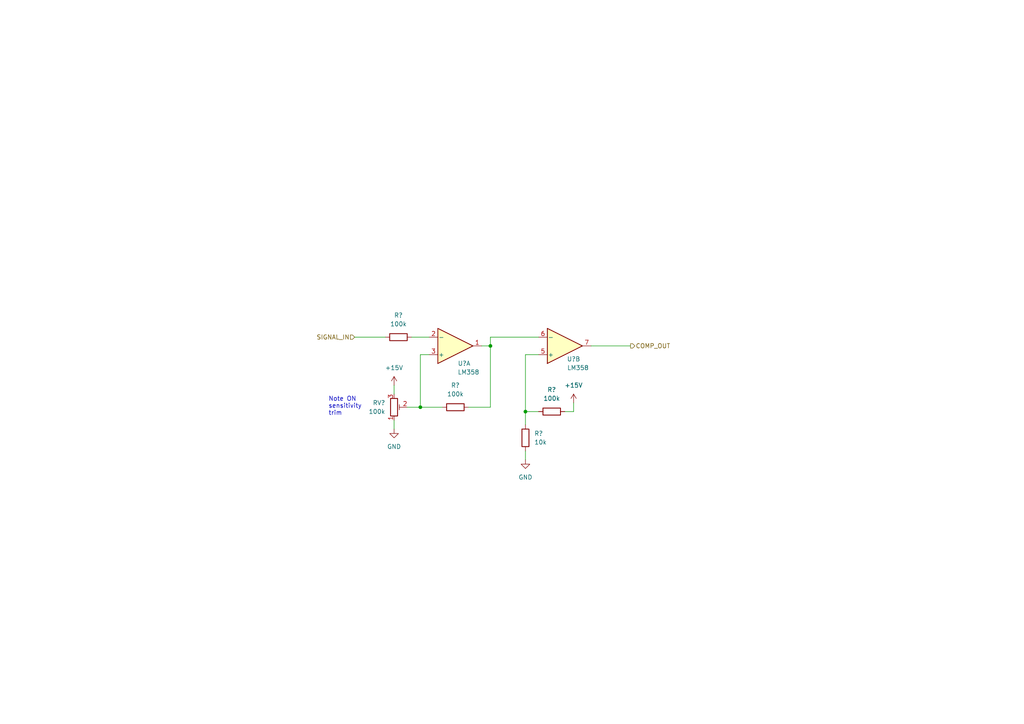
<source format=kicad_sch>
(kicad_sch (version 20211123) (generator eeschema)
  (paper "A4")
  (title_block (title "Josh Ox Ribbon Synth Ribbon board") (date "2022-06-16") (rev "0") (comment 1 "creativecommons.org/licences/by/4.0") (comment 2 "license: CC by 4.0") (comment 3 "Author: Jordan Aceto"))
  (lib_symbols
    (symbol "Amplifier_Operational:LM358" (pin_names (offset 0.127))
      (property "Reference" "U" (at 0 5.08 0))
      (property "Value" "LM358" (at 0 -5.08 0))
      (symbol "LM358_1_1"
        (polyline (pts (xy -5.08 5.08) (xy 5.08 0) (xy -5.08 -5.08) (xy -5.08 5.08)) (stroke (width 0.254)) (fill (type background)))
        (pin output line (at 7.62 0 180) (length 2.54) (name "~") (number "1"))
        (pin input line (at -7.62 -2.54 0) (length 2.54) (name "-") (number "2"))
        (pin input line (at -7.62 2.54 0) (length 2.54) (name "+") (number "3"))
      )
      (symbol "LM358_2_1"
        (polyline (pts (xy -5.08 5.08) (xy 5.08 0) (xy -5.08 -5.08) (xy -5.08 5.08)) (stroke (width 0.254)) (fill (type background)))
        (pin input line (at -7.62 2.54 0) (length 2.54) (name "+") (number "5"))
        (pin input line (at -7.62 -2.54 0) (length 2.54) (name "-") (number "6"))
        (pin output line (at 7.62 0 180) (length 2.54) (name "~") (number "7"))
      )
      (symbol "LM358_3_1"
        (pin power_in line (at -2.54 -7.62 90) (length 3.81) (name "V-") (number "4"))
        (pin power_in line (at -2.54 7.62 270) (length 3.81) (name "V+") (number "8"))
      )
    )
    (symbol "Device:R" (pin_numbers hide) (pin_names (offset 0))
      (property "Reference" "R" (at 2.032 0 90))
      (property "Value" "R" (at 0 0 90))
      (symbol "R_0_1"
        (rectangle (start -1.016 -2.54) (end 1.016 2.54) (stroke (width 0.254)))
      )
      (symbol "R_1_1"
        (pin passive line (at 0 3.81 270) (length 1.27) (name "~") (number "1"))
        (pin passive line (at 0 -3.81 90) (length 1.27) (name "~") (number "2"))
      )
    )
    (symbol "Device:R_Potentiometer_Trim" (pin_names (offset 1.016) hide)
      (property "Reference" "RV" (at -4.445 0 90))
      (property "Value" "R_Potentiometer_Trim" (at -2.54 0 90))
      (symbol "R_Potentiometer_Trim_0_1"
        (polyline (pts (xy 1.524 0.762) (xy 1.524 -0.762)))
        (polyline (pts (xy 2.54 0) (xy 1.524 0)))
        (rectangle (start 1.016 2.54) (end -1.016 -2.54) (stroke (width 0.254)))
      )
      (symbol "R_Potentiometer_Trim_1_1"
        (pin passive line (at 0 3.81 270) (length 1.27) (name "1") (number "1"))
        (pin passive line (at 3.81 0 180) (length 1.27) (name "2") (number "2"))
        (pin passive line (at 0 -3.81 90) (length 1.27) (name "3") (number "3"))
      )
    )
    (symbol "power:+15V" (power) (pin_names (offset 0))
      (property "Value" "+15V" (at 0 3.556 0))
      (symbol "+15V_0_1"
        (polyline (pts (xy -0.762 1.27) (xy 0 2.54)))
        (polyline (pts (xy 0 0) (xy 0 2.54)))
        (polyline (pts (xy 0 2.54) (xy 0.762 1.27)))
      )
      (symbol "+15V_1_1"
        (pin power_in line (at 0 0 90) (length 0) hide (name "+15V") (number "1"))
      )
    )
    (symbol "power:GND" (power) (pin_names (offset 0))
      (property "Value" "GND" (at 0 -3.81 0))
      (symbol "GND_0_1"
        (polyline (pts (xy 0 0) (xy 0 -1.27) (xy 1.27 -1.27) (xy 0 -2.54) (xy -1.27 -1.27) (xy 0 -1.27)))
      )
      (symbol "GND_1_1"
        (pin power_in line (at 0 0 270) (length 0) hide (name "GND") (number "1"))
      )
    )
  )
  (junction (at 142.24 100.33))
  (junction (at 152.4 119.38))
  (junction (at 121.92 118.11))
  (wire (pts (xy 142.24 97.79) (xy 156.21 97.79)))
  (wire (pts (xy 118.11 118.11) (xy 121.92 118.11)))
  (wire (pts (xy 142.24 118.11) (xy 142.24 100.33)))
  (wire (pts (xy 152.4 119.38) (xy 152.4 123.19)))
  (wire (pts (xy 121.92 118.11) (xy 121.92 102.87)))
  (wire (pts (xy 135.89 118.11) (xy 142.24 118.11)))
  (wire (pts (xy 163.83 119.38) (xy 166.37 119.38)))
  (wire (pts (xy 119.38 97.79) (xy 124.46 97.79)))
  (wire (pts (xy 114.3 111.76) (xy 114.3 114.3)))
  (wire (pts (xy 114.3 121.92) (xy 114.3 124.46)))
  (wire (pts (xy 152.4 130.81) (xy 152.4 133.35)))
  (wire (pts (xy 121.92 102.87) (xy 124.46 102.87)))
  (wire (pts (xy 152.4 102.87) (xy 156.21 102.87)))
  (wire (pts (xy 142.24 100.33) (xy 142.24 97.79)))
  (wire (pts (xy 156.21 119.38) (xy 152.4 119.38)))
  (wire (pts (xy 171.45 100.33) (xy 182.88 100.33)))
  (wire (pts (xy 128.27 118.11) (xy 121.92 118.11)))
  (wire (pts (xy 152.4 119.38) (xy 152.4 102.87)))
  (wire (pts (xy 142.24 100.33) (xy 139.7 100.33)))
  (wire (pts (xy 102.87 97.79) (xy 111.76 97.79)))
  (wire (pts (xy 166.37 116.84) (xy 166.37 119.38)))
  (text "Note ON\nsensitivity\ntrim" (at 95.25 120.65 0) (effects (font (size 1.27 1.27)) (justify left bottom)))
  (hierarchical_label "SIGNAL_IN" (shape input) (at 102.87 97.79 180))
  (hierarchical_label "COMP_OUT" (shape output) (at 182.88 100.33 0))
  (symbol (lib_id "Device:R") (at 115.57 97.79 90) (unit 1)
    (property "Reference" "R?" (at 115.57 91.44 90))
    (property "Value" "100k" (at 115.57 93.98 90))
  )
  (symbol (lib_id "Device:R_Potentiometer_Trim") (at 114.3 118.11 0) (mirror x) (unit 1)
    (property "Reference" "RV?" (at 111.76 116.8399 0) (effects (justify right)))
    (property "Value" "100k" (at 111.76 119.3799 0) (effects (justify right)))
  )
  (symbol (lib_id "Amplifier_Operational:LM358") (at 163.83 100.33 0) (mirror x) (unit 2)
    (property "Reference" "U?" (at 166.37 104.14 0))
    (property "Value" "LM358" (at 167.64 106.68 0))
    (property "Datasheet" "http://www.ti.com/lit/ds/symlink/lm2904-n.pdf" (effects hide))
  )
  (symbol (lib_id "Amplifier_Operational:LM358") (at 132.08 100.33 0) (mirror x) (unit 1)
    (property "Reference" "U?" (at 134.62 105.41 0))
    (property "Value" "LM358" (at 135.89 107.95 0))
    (property "Datasheet" "http://www.ti.com/lit/ds/symlink/lm2904-n.pdf" (effects hide))
  )
  (symbol (lib_id "power:+15V") (at 166.37 116.84 0) (unit 1)
    (property "Reference" "#PWR?" (effects hide))
    (property "Value" "+15V" (at 166.37 111.76 0))
  )
  (symbol (lib_id "power:GND") (at 114.3 124.46 0) (unit 1)
    (property "Reference" "#PWR?" (effects hide))
    (property "Value" "GND" (at 114.3 129.54 0))
  )
  (symbol (lib_id "Device:R") (at 160.02 119.38 90) (unit 1)
    (property "Reference" "R?" (at 160.02 113.03 90))
    (property "Value" "100k" (at 160.02 115.57 90))
  )
  (symbol (lib_id "Device:R") (at 132.08 118.11 90) (unit 1)
    (property "Reference" "R?" (at 132.08 111.76 90))
    (property "Value" "100k" (at 132.08 114.3 90))
  )
  (symbol (lib_id "power:+15V") (at 114.3 111.76 0) (unit 1)
    (property "Reference" "#PWR?" (effects hide))
    (property "Value" "+15V" (at 114.3 106.68 0))
  )
  (symbol (lib_id "Device:R") (at 152.4 127 180) (unit 1)
    (property "Reference" "R?" (at 154.94 125.7299 0) (effects (justify right)))
    (property "Value" "10k" (at 154.94 128.2699 0) (effects (justify right)))
  )
  (symbol (lib_id "power:GND") (at 152.4 133.35 0) (unit 1)
    (property "Reference" "#PWR?" (effects hide))
    (property "Value" "GND" (at 152.4 138.43 0))
  )
)
</source>
